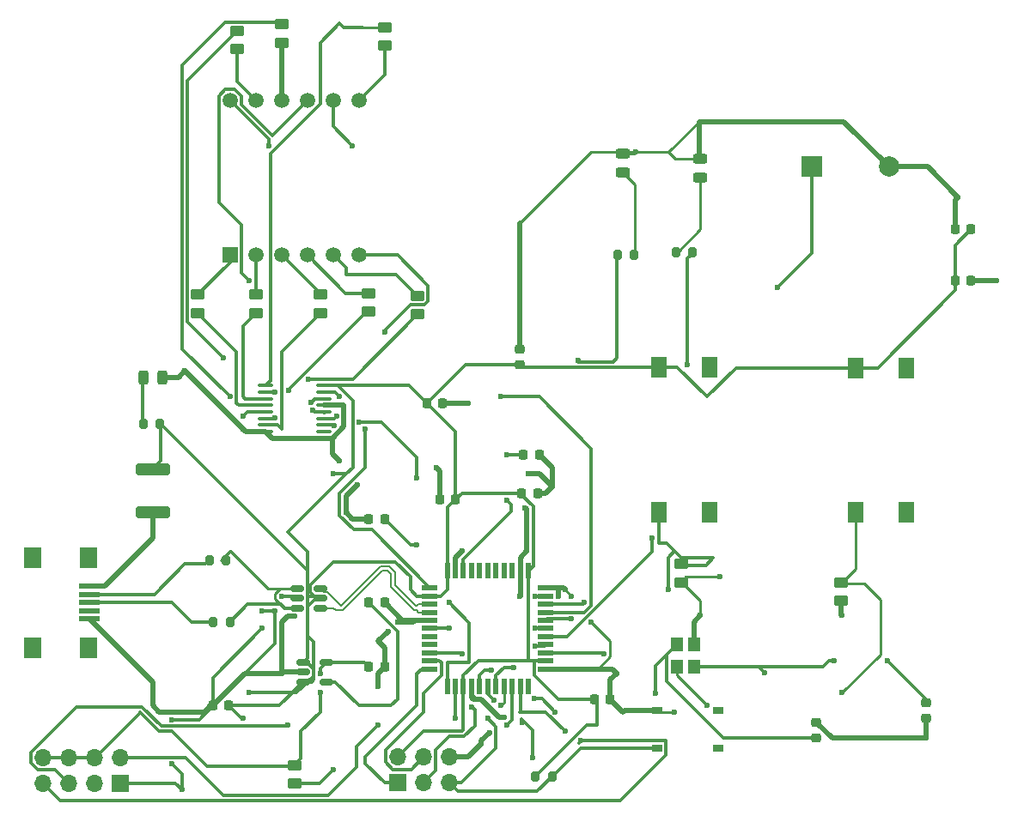
<source format=gbr>
%TF.GenerationSoftware,KiCad,Pcbnew,7.0.1*%
%TF.CreationDate,2023-04-23T14:22:28-06:00*%
%TF.ProjectId,Phase_B_UnoShield,50686173-655f-4425-9f55-6e6f53686965,rev?*%
%TF.SameCoordinates,Original*%
%TF.FileFunction,Copper,L1,Top*%
%TF.FilePolarity,Positive*%
%FSLAX46Y46*%
G04 Gerber Fmt 4.6, Leading zero omitted, Abs format (unit mm)*
G04 Created by KiCad (PCBNEW 7.0.1) date 2023-04-23 14:22:28*
%MOMM*%
%LPD*%
G01*
G04 APERTURE LIST*
G04 Aperture macros list*
%AMRoundRect*
0 Rectangle with rounded corners*
0 $1 Rounding radius*
0 $2 $3 $4 $5 $6 $7 $8 $9 X,Y pos of 4 corners*
0 Add a 4 corners polygon primitive as box body*
4,1,4,$2,$3,$4,$5,$6,$7,$8,$9,$2,$3,0*
0 Add four circle primitives for the rounded corners*
1,1,$1+$1,$2,$3*
1,1,$1+$1,$4,$5*
1,1,$1+$1,$6,$7*
1,1,$1+$1,$8,$9*
0 Add four rect primitives between the rounded corners*
20,1,$1+$1,$2,$3,$4,$5,0*
20,1,$1+$1,$4,$5,$6,$7,0*
20,1,$1+$1,$6,$7,$8,$9,0*
20,1,$1+$1,$8,$9,$2,$3,0*%
G04 Aperture macros list end*
%TA.AperFunction,SMDPad,CuDef*%
%ADD10RoundRect,0.250000X-0.450000X0.262500X-0.450000X-0.262500X0.450000X-0.262500X0.450000X0.262500X0*%
%TD*%
%TA.AperFunction,SMDPad,CuDef*%
%ADD11RoundRect,0.243750X0.243750X0.456250X-0.243750X0.456250X-0.243750X-0.456250X0.243750X-0.456250X0*%
%TD*%
%TA.AperFunction,SMDPad,CuDef*%
%ADD12RoundRect,0.225000X-0.225000X-0.250000X0.225000X-0.250000X0.225000X0.250000X-0.225000X0.250000X0*%
%TD*%
%TA.AperFunction,SMDPad,CuDef*%
%ADD13RoundRect,0.243750X-0.456250X0.243750X-0.456250X-0.243750X0.456250X-0.243750X0.456250X0.243750X0*%
%TD*%
%TA.AperFunction,SMDPad,CuDef*%
%ADD14RoundRect,0.225000X0.250000X-0.225000X0.250000X0.225000X-0.250000X0.225000X-0.250000X-0.225000X0*%
%TD*%
%TA.AperFunction,SMDPad,CuDef*%
%ADD15R,2.000000X0.500000*%
%TD*%
%TA.AperFunction,SMDPad,CuDef*%
%ADD16R,1.700000X2.000000*%
%TD*%
%TA.AperFunction,SMDPad,CuDef*%
%ADD17RoundRect,0.200000X-0.200000X-0.275000X0.200000X-0.275000X0.200000X0.275000X-0.200000X0.275000X0*%
%TD*%
%TA.AperFunction,SMDPad,CuDef*%
%ADD18RoundRect,0.250000X0.450000X-0.262500X0.450000X0.262500X-0.450000X0.262500X-0.450000X-0.262500X0*%
%TD*%
%TA.AperFunction,ComponentPad*%
%ADD19R,1.500000X1.500000*%
%TD*%
%TA.AperFunction,ComponentPad*%
%ADD20C,1.500000*%
%TD*%
%TA.AperFunction,SMDPad,CuDef*%
%ADD21RoundRect,0.100000X-0.637500X-0.100000X0.637500X-0.100000X0.637500X0.100000X-0.637500X0.100000X0*%
%TD*%
%TA.AperFunction,SMDPad,CuDef*%
%ADD22RoundRect,0.200000X0.200000X0.275000X-0.200000X0.275000X-0.200000X-0.275000X0.200000X-0.275000X0*%
%TD*%
%TA.AperFunction,SMDPad,CuDef*%
%ADD23RoundRect,0.150000X-0.512500X-0.150000X0.512500X-0.150000X0.512500X0.150000X-0.512500X0.150000X0*%
%TD*%
%TA.AperFunction,ComponentPad*%
%ADD24R,1.700000X1.700000*%
%TD*%
%TA.AperFunction,ComponentPad*%
%ADD25O,1.700000X1.700000*%
%TD*%
%TA.AperFunction,SMDPad,CuDef*%
%ADD26RoundRect,0.225000X0.225000X0.250000X-0.225000X0.250000X-0.225000X-0.250000X0.225000X-0.250000X0*%
%TD*%
%TA.AperFunction,SMDPad,CuDef*%
%ADD27R,1.500000X2.000000*%
%TD*%
%TA.AperFunction,SMDPad,CuDef*%
%ADD28R,1.200000X1.400000*%
%TD*%
%TA.AperFunction,ComponentPad*%
%ADD29R,2.000000X2.000000*%
%TD*%
%TA.AperFunction,ComponentPad*%
%ADD30C,2.000000*%
%TD*%
%TA.AperFunction,SMDPad,CuDef*%
%ADD31RoundRect,0.225000X-0.250000X0.225000X-0.250000X-0.225000X0.250000X-0.225000X0.250000X0.225000X0*%
%TD*%
%TA.AperFunction,SMDPad,CuDef*%
%ADD32RoundRect,0.250000X1.450000X-0.312500X1.450000X0.312500X-1.450000X0.312500X-1.450000X-0.312500X0*%
%TD*%
%TA.AperFunction,SMDPad,CuDef*%
%ADD33R,1.000000X0.700000*%
%TD*%
%TA.AperFunction,SMDPad,CuDef*%
%ADD34R,1.500000X0.550000*%
%TD*%
%TA.AperFunction,SMDPad,CuDef*%
%ADD35R,0.550000X1.500000*%
%TD*%
%TA.AperFunction,ViaPad*%
%ADD36C,0.600000*%
%TD*%
%TA.AperFunction,Conductor*%
%ADD37C,0.500000*%
%TD*%
%TA.AperFunction,Conductor*%
%ADD38C,0.250000*%
%TD*%
%TA.AperFunction,Conductor*%
%ADD39C,0.305000*%
%TD*%
%TA.AperFunction,Conductor*%
%ADD40C,0.200000*%
%TD*%
G04 APERTURE END LIST*
D10*
%TO.P,R17,1*%
%TO.N,+3.3V*%
X46355000Y-120182500D03*
%TO.P,R17,2*%
%TO.N,Net-(J4-Pin_5)*%
X46355000Y-122007500D03*
%TD*%
D11*
%TO.P,D3,1,K*%
%TO.N,GND*%
X33322500Y-81915000D03*
%TO.P,D3,2,A*%
%TO.N,Net-(D3-A)*%
X31447500Y-81915000D03*
%TD*%
D12*
%TO.P,C3,1*%
%TO.N,+5V*%
X59410000Y-84455000D03*
%TO.P,C3,2*%
%TO.N,GND*%
X60960000Y-84455000D03*
%TD*%
D13*
%TO.P,D2,1,K*%
%TO.N,GND*%
X86360000Y-60355000D03*
%TO.P,D2,2,A*%
%TO.N,Net-(D2-A)*%
X86360000Y-62230000D03*
%TD*%
D14*
%TO.P,C5,1*%
%TO.N,+5V*%
X68580000Y-80645000D03*
%TO.P,C5,2*%
%TO.N,GND*%
X68580000Y-79095000D03*
%TD*%
D10*
%TO.P,R10,1*%
%TO.N,f*%
X45085000Y-47070000D03*
%TO.P,R10,2*%
%TO.N,Net-(U1-f)*%
X45085000Y-48895000D03*
%TD*%
%TO.P,R1,1*%
%TO.N,Button_1*%
X100258335Y-102146853D03*
%TO.P,R1,2*%
%TO.N,GND*%
X100258335Y-103971853D03*
%TD*%
%TO.P,R6,1*%
%TO.N,b*%
X55245000Y-47347500D03*
%TO.P,R6,2*%
%TO.N,Net-(U1-b)*%
X55245000Y-49172500D03*
%TD*%
D15*
%TO.P,J1,1,VBUS*%
%TO.N,Net-(J1-VBUS)*%
X26135000Y-102535000D03*
%TO.P,J1,2,D-*%
%TO.N,Net-(J1-D-)*%
X26135000Y-103335000D03*
%TO.P,J1,3,D+*%
%TO.N,Net-(J1-D+)*%
X26135000Y-104135000D03*
%TO.P,J1,4,ID*%
%TO.N,unconnected-(J1-ID-Pad4)*%
X26135000Y-104935000D03*
%TO.P,J1,5,GND*%
%TO.N,GND*%
X26135000Y-105735000D03*
D16*
%TO.P,J1,6,Shield*%
%TO.N,unconnected-(J1-Shield-Pad6)*%
X26035000Y-99685000D03*
X20585000Y-99685000D03*
X26035000Y-108585000D03*
X20585000Y-108585000D03*
%TD*%
D17*
%TO.P,R3,1*%
%TO.N,RED_LED*%
X78192500Y-69850000D03*
%TO.P,R3,2*%
%TO.N,Net-(D1-A)*%
X79842500Y-69850000D03*
%TD*%
D10*
%TO.P,R5,1*%
%TO.N,a*%
X40667277Y-47705000D03*
%TO.P,R5,2*%
%TO.N,Net-(U1-a)*%
X40667277Y-49530000D03*
%TD*%
D18*
%TO.P,R8,1*%
%TO.N,d*%
X42545000Y-75565000D03*
%TO.P,R8,2*%
%TO.N,Net-(U1-d)*%
X42545000Y-73740000D03*
%TD*%
D12*
%TO.P,C9,1*%
%TO.N,+5V*%
X75920000Y-113665000D03*
%TO.P,C9,2*%
%TO.N,GND*%
X77470000Y-113665000D03*
%TD*%
D10*
%TO.P,R2,1*%
%TO.N,Button_2*%
X84459401Y-100337123D03*
%TO.P,R2,2*%
%TO.N,GND*%
X84459401Y-102162123D03*
%TD*%
D19*
%TO.P,U1,1,e*%
%TO.N,Net-(U1-e)*%
X40005000Y-69850000D03*
D20*
%TO.P,U1,2,d*%
%TO.N,Net-(U1-d)*%
X42545000Y-69850000D03*
%TO.P,U1,3,DPX*%
%TO.N,Net-(U1-DPX)*%
X45085000Y-69850000D03*
%TO.P,U1,4,c*%
%TO.N,Net-(U1-c)*%
X47625000Y-69850000D03*
%TO.P,U1,5,g*%
%TO.N,Net-(U1-g)*%
X50165000Y-69850000D03*
%TO.P,U1,6,CA4*%
%TO.N,Dig4*%
X52705000Y-69850000D03*
%TO.P,U1,7,b*%
%TO.N,Net-(U1-b)*%
X52705000Y-54610000D03*
%TO.P,U1,8,CA3*%
%TO.N,Dig3*%
X50165000Y-54610000D03*
%TO.P,U1,9,CA2*%
%TO.N,Dig2*%
X47625000Y-54610000D03*
%TO.P,U1,10,f*%
%TO.N,Net-(U1-f)*%
X45085000Y-54610000D03*
%TO.P,U1,11,a*%
%TO.N,Net-(U1-a)*%
X42545000Y-54610000D03*
%TO.P,U1,12,CA1*%
%TO.N,Dig1*%
X40005000Y-54610000D03*
%TD*%
D21*
%TO.P,U2,1,QB*%
%TO.N,b*%
X43502465Y-82703067D03*
%TO.P,U2,2,QC*%
%TO.N,c*%
X43502465Y-83353067D03*
%TO.P,U2,3,QD*%
%TO.N,d*%
X43502465Y-84003067D03*
%TO.P,U2,4,QE*%
%TO.N,e*%
X43502465Y-84653067D03*
%TO.P,U2,5,QF*%
%TO.N,f*%
X43502465Y-85303067D03*
%TO.P,U2,6,QG*%
%TO.N,g*%
X43502465Y-85953067D03*
%TO.P,U2,7,QH*%
%TO.N,dp*%
X43502465Y-86603067D03*
%TO.P,U2,8,GND*%
%TO.N,GND*%
X43502465Y-87253067D03*
%TO.P,U2,9,QH'*%
%TO.N,unconnected-(U2-QH'-Pad9)*%
X49227465Y-87253067D03*
%TO.P,U2,10,~{SRCLR}*%
%TO.N,+5V*%
X49227465Y-86603067D03*
%TO.P,U2,11,SRCLK*%
%TO.N,SH_CP*%
X49227465Y-85953067D03*
%TO.P,U2,12,RCLK*%
%TO.N,ST_CP*%
X49227465Y-85303067D03*
%TO.P,U2,13,~{OE}*%
%TO.N,GND*%
X49227465Y-84653067D03*
%TO.P,U2,14,SER*%
%TO.N,DS*%
X49227465Y-84003067D03*
%TO.P,U2,15,QA*%
%TO.N,a*%
X49227465Y-83353067D03*
%TO.P,U2,16,VCC*%
%TO.N,+5V*%
X49227465Y-82703067D03*
%TD*%
D12*
%TO.P,C11,1*%
%TO.N,AREF*%
X68935000Y-89535000D03*
%TO.P,C11,2*%
%TO.N,GND*%
X70485000Y-89535000D03*
%TD*%
D22*
%TO.P,R14,1*%
%TO.N,+5V*%
X33114036Y-86524538D03*
%TO.P,R14,2*%
%TO.N,Net-(D3-A)*%
X31464036Y-86524538D03*
%TD*%
D12*
%TO.P,C6,1*%
%TO.N,+5V*%
X68760000Y-93345000D03*
%TO.P,C6,2*%
%TO.N,GND*%
X70310000Y-93345000D03*
%TD*%
D14*
%TO.P,C1,1*%
%TO.N,XTAL2*%
X97790000Y-117475000D03*
%TO.P,C1,2*%
%TO.N,GND*%
X97790000Y-115925000D03*
%TD*%
D18*
%TO.P,R9,1*%
%TO.N,e*%
X36830000Y-75565000D03*
%TO.P,R9,2*%
%TO.N,Net-(U1-e)*%
X36830000Y-73740000D03*
%TD*%
D12*
%TO.P,C8,1*%
%TO.N,+5V*%
X111480000Y-72390000D03*
%TO.P,C8,2*%
%TO.N,GND*%
X113030000Y-72390000D03*
%TD*%
D18*
%TO.P,R11,1*%
%TO.N,g*%
X58474704Y-75687736D03*
%TO.P,R11,2*%
%TO.N,Net-(U1-g)*%
X58474704Y-73862736D03*
%TD*%
D23*
%TO.P,U5,1,VIN*%
%TO.N,+5V*%
X47191712Y-110039174D03*
%TO.P,U5,2,GND*%
%TO.N,GND*%
X47191712Y-110989174D03*
%TO.P,U5,3,ON/~{OFF}*%
%TO.N,+5V*%
X47191712Y-111939174D03*
%TO.P,U5,4,BP*%
%TO.N,Net-(U5-BP)*%
X49466712Y-111939174D03*
%TO.P,U5,5,VOUT*%
%TO.N,+3.3V*%
X49466712Y-110039174D03*
%TD*%
D24*
%TO.P,J4,1,Pin_1*%
%TO.N,GND*%
X29169549Y-121947651D03*
D25*
%TO.P,J4,2,Pin_2*%
%TO.N,TX*%
X29169549Y-119407651D03*
%TO.P,J4,3,Pin_3*%
%TO.N,unconnected-(J4-Pin_3-Pad3)*%
X26629549Y-121947651D03*
%TO.P,J4,4,Pin_4*%
%TO.N,+3.3V*%
X26629549Y-119407651D03*
%TO.P,J4,5,Pin_5*%
%TO.N,Net-(J4-Pin_5)*%
X24089549Y-121947651D03*
%TO.P,J4,6,Pin_6*%
%TO.N,+3.3V*%
X24089549Y-119407651D03*
%TO.P,J4,7,Pin_7*%
%TO.N,RX*%
X21549549Y-121947651D03*
%TO.P,J4,8,Pin_8*%
%TO.N,+3.3V*%
X21549549Y-119407651D03*
%TD*%
D22*
%TO.P,R4,1*%
%TO.N,GREEN_LED*%
X85614034Y-69572325D03*
%TO.P,R4,2*%
%TO.N,Net-(D2-A)*%
X83964034Y-69572325D03*
%TD*%
D26*
%TO.P,C7,1*%
%TO.N,+5V*%
X113030000Y-67310000D03*
%TO.P,C7,2*%
%TO.N,GND*%
X111480000Y-67310000D03*
%TD*%
D27*
%TO.P,S2,A1,NO_1*%
%TO.N,unconnected-(S2-NO_1-PadA1)*%
X87274904Y-80877421D03*
%TO.P,S2,B1,NO_2*%
%TO.N,unconnected-(S2-NO_2-PadB1)*%
X87274904Y-95177421D03*
%TO.P,S2,C1,COM_1*%
%TO.N,+5V*%
X82274904Y-80877421D03*
%TO.P,S2,D1,COM_2*%
%TO.N,Button_2*%
X82274904Y-95177421D03*
%TD*%
D26*
%TO.P,C10,1*%
%TO.N,UCAP*%
X55245000Y-95885000D03*
%TO.P,C10,2*%
%TO.N,GND*%
X53695000Y-95885000D03*
%TD*%
%TO.P,C12,1*%
%TO.N,+5V*%
X39860000Y-114305000D03*
%TO.P,C12,2*%
%TO.N,GND*%
X38310000Y-114305000D03*
%TD*%
%TO.P,C4,1*%
%TO.N,+5V*%
X62230000Y-93980000D03*
%TO.P,C4,2*%
%TO.N,GND*%
X60680000Y-93980000D03*
%TD*%
D18*
%TO.P,R12,1*%
%TO.N,dp*%
X48895000Y-75565000D03*
%TO.P,R12,2*%
%TO.N,Net-(U1-DPX)*%
X48895000Y-73740000D03*
%TD*%
D28*
%TO.P,Y1,1,1*%
%TO.N,XTAL1*%
X85725000Y-110490000D03*
%TO.P,Y1,2,2*%
%TO.N,GND*%
X85725000Y-108290000D03*
%TO.P,Y1,3,3*%
%TO.N,XTAL2*%
X84025000Y-108290000D03*
%TO.P,Y1,4,4*%
%TO.N,GND*%
X84025000Y-110490000D03*
%TD*%
D13*
%TO.P,D1,1,K*%
%TO.N,GND*%
X78725000Y-59785000D03*
%TO.P,D1,2,A*%
%TO.N,Net-(D1-A)*%
X78725000Y-61660000D03*
%TD*%
D17*
%TO.P,R16,1*%
%TO.N,Net-(J1-D-)*%
X37984446Y-99935555D03*
%TO.P,R16,2*%
%TO.N,USB_CONN_D+*%
X39634446Y-99935555D03*
%TD*%
D23*
%TO.P,U4,1,I/O1*%
%TO.N,USB_CONN_D+*%
X46619689Y-102762287D03*
%TO.P,U4,2,GND*%
%TO.N,GND*%
X46619689Y-103712287D03*
%TO.P,U4,3,I/O2*%
%TO.N,USB_CONN_D+*%
X46619689Y-104662287D03*
%TO.P,U4,4,I/O2*%
%TO.N,USB_D+*%
X48894689Y-104662287D03*
%TO.P,U4,5,VBUS*%
%TO.N,+5V*%
X48894689Y-103712287D03*
%TO.P,U4,6,I/O1*%
%TO.N,USB_D-*%
X48894689Y-102762287D03*
%TD*%
D29*
%TO.P,LS1,1,1*%
%TO.N,Buzzer*%
X97335439Y-61120439D03*
D30*
%TO.P,LS1,2,2*%
%TO.N,GND*%
X104935439Y-61120439D03*
%TD*%
D31*
%TO.P,C2,1*%
%TO.N,XTAL1*%
X108585000Y-114020000D03*
%TO.P,C2,2*%
%TO.N,GND*%
X108585000Y-115570000D03*
%TD*%
D17*
%TO.P,R15,1*%
%TO.N,Net-(J1-D+)*%
X38355000Y-106045000D03*
%TO.P,R15,2*%
%TO.N,USB_CONN_D+*%
X40005000Y-106045000D03*
%TD*%
D32*
%TO.P,F1,1*%
%TO.N,Net-(J1-VBUS)*%
X32385000Y-95250000D03*
%TO.P,F1,2*%
%TO.N,+5V*%
X32385000Y-90975000D03*
%TD*%
D12*
%TO.P,C13,1*%
%TO.N,Net-(U5-BP)*%
X53695000Y-104140000D03*
%TO.P,C13,2*%
%TO.N,GND*%
X55245000Y-104140000D03*
%TD*%
D24*
%TO.P,J3,1,MISO*%
%TO.N,MISO*%
X56515000Y-121920000D03*
D25*
%TO.P,J3,2,VCC*%
%TO.N,+5V*%
X56515000Y-119380000D03*
%TO.P,J3,3,SCK*%
%TO.N,SCK*%
X59055000Y-121920000D03*
%TO.P,J3,4,MOSI*%
%TO.N,MOSI*%
X59055000Y-119380000D03*
%TO.P,J3,5,~{RST}*%
%TO.N,RST*%
X61595000Y-121920000D03*
%TO.P,J3,6,GND*%
%TO.N,GND*%
X61595000Y-119380000D03*
%TD*%
D12*
%TO.P,C14,1*%
%TO.N,+3.3V*%
X53695000Y-110490000D03*
%TO.P,C14,2*%
%TO.N,GND*%
X55245000Y-110490000D03*
%TD*%
D17*
%TO.P,R13,1*%
%TO.N,+5V*%
X70105000Y-121285000D03*
%TO.P,R13,2*%
%TO.N,RST*%
X71755000Y-121285000D03*
%TD*%
D33*
%TO.P,S3,1*%
%TO.N,GND*%
X82118060Y-114768980D03*
%TO.P,S3,2*%
%TO.N,N/C*%
X88118060Y-114768980D03*
%TO.P,S3,3*%
%TO.N,RST*%
X82118060Y-118468980D03*
%TO.P,S3,4*%
%TO.N,N/C*%
X88118060Y-118468980D03*
%TD*%
D34*
%TO.P,U3,1,PE6*%
%TO.N,SH_CP*%
X59705000Y-102680000D03*
%TO.P,U3,2,UVCC*%
%TO.N,+5V*%
X59705000Y-103480000D03*
%TO.P,U3,3,D-*%
%TO.N,USB_D-*%
X59705000Y-104280000D03*
%TO.P,U3,4,D+*%
%TO.N,USB_D+*%
X59705000Y-105080000D03*
%TO.P,U3,5,UGND*%
%TO.N,GND*%
X59705000Y-105880000D03*
%TO.P,U3,6,UCAP*%
%TO.N,UCAP*%
X59705000Y-106680000D03*
%TO.P,U3,7,VBUS*%
%TO.N,unconnected-(U3-VBUS-Pad7)*%
X59705000Y-107480000D03*
%TO.P,U3,8,PB0*%
%TO.N,unconnected-(U3-PB0-Pad8)*%
X59705000Y-108280000D03*
%TO.P,U3,9,PB1*%
%TO.N,SCK*%
X59705000Y-109080000D03*
%TO.P,U3,10,PB2*%
%TO.N,MOSI*%
X59705000Y-109880000D03*
%TO.P,U3,11,PB3*%
%TO.N,MISO*%
X59705000Y-110680000D03*
D35*
%TO.P,U3,12,PB7*%
%TO.N,Dig3*%
X61405000Y-112380000D03*
%TO.P,U3,13,~{RESET}*%
%TO.N,RST*%
X62205000Y-112380000D03*
%TO.P,U3,14,VCC*%
%TO.N,+5V*%
X63005000Y-112380000D03*
%TO.P,U3,15,GND*%
%TO.N,GND*%
X63805000Y-112380000D03*
%TO.P,U3,16,XTAL2*%
%TO.N,XTAL2*%
X64605000Y-112380000D03*
%TO.P,U3,17,XTAL1*%
%TO.N,XTAL1*%
X65405000Y-112380000D03*
%TO.P,U3,18,PD0*%
%TO.N,Button_2*%
X66205000Y-112380000D03*
%TO.P,U3,19,PD1*%
%TO.N,Button_1*%
X67005000Y-112380000D03*
%TO.P,U3,20,PD2*%
%TO.N,TX*%
X67805000Y-112380000D03*
%TO.P,U3,21,PD3*%
%TO.N,RX*%
X68605000Y-112380000D03*
%TO.P,U3,22,PD5*%
%TO.N,unconnected-(U3-PD5-Pad22)*%
X69405000Y-112380000D03*
D34*
%TO.P,U3,23,GND*%
%TO.N,GND*%
X71105000Y-110680000D03*
%TO.P,U3,24,AVCC*%
%TO.N,+5V*%
X71105000Y-109880000D03*
%TO.P,U3,25,PD4*%
%TO.N,GREEN_LED*%
X71105000Y-109080000D03*
%TO.P,U3,26,PD6*%
%TO.N,Dig2*%
X71105000Y-108280000D03*
%TO.P,U3,27,PD7*%
%TO.N,Buzzer*%
X71105000Y-107480000D03*
%TO.P,U3,28,PB4*%
%TO.N,ST_CP*%
X71105000Y-106680000D03*
%TO.P,U3,29,PB5*%
%TO.N,DS*%
X71105000Y-105880000D03*
%TO.P,U3,30,PB6*%
%TO.N,Dig4*%
X71105000Y-105080000D03*
%TO.P,U3,31,PC6*%
%TO.N,RED_LED*%
X71105000Y-104280000D03*
%TO.P,U3,32,PC7*%
%TO.N,Dig1*%
X71105000Y-103480000D03*
%TO.P,U3,33,~{HWB}/PE2*%
%TO.N,GND*%
X71105000Y-102680000D03*
D35*
%TO.P,U3,34,VCC*%
%TO.N,+5V*%
X69405000Y-100980000D03*
%TO.P,U3,35,GND*%
%TO.N,GND*%
X68605000Y-100980000D03*
%TO.P,U3,36,PF7*%
%TO.N,unconnected-(U3-PF7-Pad36)*%
X67805000Y-100980000D03*
%TO.P,U3,37,PF6*%
%TO.N,unconnected-(U3-PF6-Pad37)*%
X67005000Y-100980000D03*
%TO.P,U3,38,PF5*%
%TO.N,unconnected-(U3-PF5-Pad38)*%
X66205000Y-100980000D03*
%TO.P,U3,39,PF4*%
%TO.N,unconnected-(U3-PF4-Pad39)*%
X65405000Y-100980000D03*
%TO.P,U3,40,PF1*%
%TO.N,unconnected-(U3-PF1-Pad40)*%
X64605000Y-100980000D03*
%TO.P,U3,41,PF0*%
%TO.N,unconnected-(U3-PF0-Pad41)*%
X63805000Y-100980000D03*
%TO.P,U3,42,AREF*%
%TO.N,AREF*%
X63005000Y-100980000D03*
%TO.P,U3,43,GND*%
%TO.N,GND*%
X62205000Y-100980000D03*
%TO.P,U3,44,AVCC*%
%TO.N,+5V*%
X61405000Y-100980000D03*
%TD*%
D27*
%TO.P,S1,A1,NO_1*%
%TO.N,unconnected-(S1-NO_1-PadA1)*%
X106680000Y-80950000D03*
%TO.P,S1,B1,NO_2*%
%TO.N,unconnected-(S1-NO_2-PadB1)*%
X106680000Y-95250000D03*
%TO.P,S1,C1,COM_1*%
%TO.N,+5V*%
X101680000Y-80950000D03*
%TO.P,S1,D1,COM_2*%
%TO.N,Button_1*%
X101680000Y-95250000D03*
%TD*%
D18*
%TO.P,R7,1*%
%TO.N,c*%
X53653525Y-75433990D03*
%TO.P,R7,2*%
%TO.N,Net-(U1-c)*%
X53653525Y-73608990D03*
%TD*%
D36*
%TO.N,GND*%
X46355000Y-105461787D03*
X34290000Y-120059651D03*
X69215000Y-99060000D03*
X100330000Y-105410000D03*
X86360000Y-105410000D03*
X43180000Y-106680000D03*
X35242500Y-122555000D03*
X68580000Y-103505000D03*
X34290000Y-115683000D03*
X56518534Y-106041466D03*
X63500000Y-84455000D03*
X55596466Y-106963534D03*
X83820000Y-114935000D03*
X45085000Y-111125000D03*
X88265000Y-101600000D03*
X80010000Y-59690000D03*
X62865000Y-99060000D03*
X41275000Y-86995000D03*
X43180000Y-104966787D03*
X51435000Y-95250000D03*
X78105000Y-111125000D03*
X64770000Y-118110000D03*
X68580000Y-76200000D03*
X108585000Y-117475000D03*
X54610000Y-112395000D03*
X71755000Y-92710000D03*
X45085000Y-103505000D03*
X60325000Y-90805000D03*
X44450000Y-104966787D03*
X52531034Y-92536034D03*
X50800000Y-90170000D03*
X73643000Y-103505000D03*
X75574511Y-106054511D03*
X86995000Y-114300000D03*
X64135000Y-113665000D03*
X65570500Y-116978204D03*
X47544460Y-111087500D03*
X111760000Y-64135000D03*
X73025000Y-102870000D03*
X35560000Y-81280000D03*
X37470000Y-114940000D03*
X67068284Y-115442913D03*
X72390000Y-103505000D03*
X69073966Y-94756034D03*
X69405000Y-91440000D03*
X115570000Y-72390000D03*
%TO.N,+5V*%
X50165000Y-91440000D03*
X41275000Y-115570000D03*
X41910000Y-113030000D03*
X50243936Y-86688544D03*
%TO.N,Buzzer*%
X81622904Y-97730890D03*
X93980000Y-73025000D03*
%TO.N,Button_1*%
X66675000Y-114300000D03*
X100330000Y-113030000D03*
%TO.N,Button_2*%
X83185000Y-102870000D03*
X67945000Y-110507000D03*
%TO.N,RED_LED*%
X74930000Y-104140000D03*
X74295000Y-80225421D03*
%TO.N,GREEN_LED*%
X76835000Y-109220000D03*
X85090000Y-80645000D03*
%TO.N,a*%
X39370000Y-80010000D03*
X50800000Y-83820000D03*
%TO.N,c*%
X45737000Y-83185000D03*
X44433000Y-83326069D03*
%TO.N,f*%
X41275000Y-85725000D03*
X39988000Y-83820000D03*
%TO.N,g*%
X47768534Y-82058534D03*
X44433000Y-85926069D03*
%TO.N,Dig4*%
X55245000Y-77470000D03*
X66675000Y-83820000D03*
%TO.N,Dig3*%
X61595000Y-104140000D03*
X52070000Y-59055000D03*
%TO.N,Dig2*%
X41893000Y-72390000D03*
X70057000Y-108404129D03*
%TO.N,Dig1*%
X70057000Y-103505000D03*
X43815000Y-59055000D03*
%TO.N,SH_CP*%
X50487433Y-85725000D03*
X53340000Y-86995000D03*
%TO.N,ST_CP*%
X58419500Y-91832343D03*
X48170506Y-85181384D03*
X70057000Y-106680000D03*
X52739500Y-86343000D03*
%TO.N,DS*%
X48015307Y-84382276D03*
X73660000Y-105732000D03*
%TO.N,XTAL2*%
X65787973Y-110819959D03*
X81915000Y-113047000D03*
%TO.N,XTAL1*%
X72031568Y-114924500D03*
X68809500Y-115922966D03*
X104775000Y-109855000D03*
X70033201Y-113612686D03*
X99508835Y-109855000D03*
X66051353Y-113799733D03*
X92710000Y-111090500D03*
X69850000Y-119414500D03*
%TO.N,RST*%
X62230000Y-115553000D03*
X65405000Y-115553000D03*
%TO.N,UCAP*%
X61595000Y-106680000D03*
X58420000Y-98425000D03*
%TO.N,AREF*%
X67310000Y-93997000D03*
X67310000Y-89535000D03*
%TO.N,+3.3V*%
X48895000Y-113030000D03*
X48912000Y-111125000D03*
%TO.N,SCK*%
X63829043Y-114403644D03*
X62865000Y-109220000D03*
%TO.N,TX*%
X67310000Y-116205000D03*
X54610000Y-116205000D03*
%TO.N,Net-(J4-Pin_5)*%
X45720000Y-116205000D03*
X50165000Y-120650000D03*
%TO.N,RX*%
X73025000Y-116840000D03*
X74566034Y-117746034D03*
%TD*%
D37*
%TO.N,GND*%
X85725000Y-106045000D02*
X86360000Y-105410000D01*
D38*
X76258884Y-110680000D02*
X71105000Y-110680000D01*
X84934024Y-101600000D02*
X84459401Y-102074623D01*
D37*
X78740000Y-114935000D02*
X77470000Y-113665000D01*
X50092782Y-87903067D02*
X51236933Y-86758916D01*
D39*
X38310000Y-111550000D02*
X43180000Y-106680000D01*
D38*
X88265000Y-101600000D02*
X84934024Y-101600000D01*
X75574511Y-106054511D02*
X77460000Y-107940000D01*
X78725000Y-59785000D02*
X79915000Y-59785000D01*
D37*
X56518534Y-106041466D02*
X57153534Y-106041466D01*
D38*
X77460000Y-109478884D02*
X76258884Y-110680000D01*
D37*
X71755000Y-90805000D02*
X70485000Y-89535000D01*
X71755000Y-92710000D02*
X71755000Y-90805000D01*
D39*
X44450000Y-104966787D02*
X44450000Y-108165000D01*
D37*
X68605000Y-100980000D02*
X68605000Y-99670000D01*
D38*
X84459401Y-102074623D02*
X86360000Y-103975222D01*
D37*
X63805000Y-113335000D02*
X64135000Y-113665000D01*
D39*
X44450000Y-108165000D02*
X38310000Y-114305000D01*
D38*
X83185000Y-59690000D02*
X83850000Y-60355000D01*
D37*
X58090000Y-106045000D02*
X57150000Y-106045000D01*
D38*
X84025000Y-111330000D02*
X84025000Y-110490000D01*
D37*
X49227465Y-84653067D02*
X51236933Y-84653067D01*
X77470000Y-113665000D02*
X77470000Y-111760000D01*
X32385000Y-114300000D02*
X33025000Y-114940000D01*
X69405000Y-91440000D02*
X70485000Y-91440000D01*
D38*
X77460000Y-107940000D02*
X77460000Y-109478884D01*
D37*
X44152465Y-87903067D02*
X50092782Y-87903067D01*
X35560000Y-81280000D02*
X41533067Y-87253067D01*
X45085000Y-111125000D02*
X41490000Y-111125000D01*
X55245000Y-108585000D02*
X54610000Y-107950000D01*
X63500000Y-119380000D02*
X64770000Y-118110000D01*
D39*
X36932000Y-115683000D02*
X38310000Y-114305000D01*
D37*
X56985000Y-105880000D02*
X59705000Y-105880000D01*
X111760000Y-64135000D02*
X108745439Y-61120439D01*
X71105000Y-110680000D02*
X77660000Y-110680000D01*
X97790000Y-115925000D02*
X99340000Y-117475000D01*
X60680000Y-93980000D02*
X60680000Y-91160000D01*
X64770000Y-113665000D02*
X64135000Y-113665000D01*
X67068284Y-115442913D02*
X66547913Y-115442913D01*
X64770000Y-117778704D02*
X65570500Y-116978204D01*
X68605000Y-100980000D02*
X68605000Y-103480000D01*
X108745439Y-61120439D02*
X104935439Y-61120439D01*
D39*
X34290000Y-115683000D02*
X36932000Y-115683000D01*
D37*
X68580000Y-79095000D02*
X68580000Y-76200000D01*
X54610000Y-111125000D02*
X55245000Y-110490000D01*
X41533067Y-87253067D02*
X43502465Y-87253067D01*
X33025000Y-114940000D02*
X37470000Y-114940000D01*
X63805000Y-112380000D02*
X63805000Y-113505000D01*
X53695000Y-95885000D02*
X52070000Y-95885000D01*
X45085000Y-111125000D02*
X45085000Y-106045000D01*
X55245000Y-104140000D02*
X56985000Y-105880000D01*
X70485000Y-91440000D02*
X71755000Y-92710000D01*
D38*
X83208235Y-59690000D02*
X86236576Y-56661659D01*
D39*
X35242500Y-122555000D02*
X35242500Y-121012151D01*
X35242500Y-121012151D02*
X34290000Y-120059651D01*
D37*
X68605000Y-103480000D02*
X68580000Y-103505000D01*
X47191712Y-110989174D02*
X47446134Y-110989174D01*
D39*
X34635151Y-121947651D02*
X35242500Y-122555000D01*
D38*
X73643000Y-103505000D02*
X73643000Y-103488000D01*
D37*
X62205000Y-100980000D02*
X62205000Y-99720000D01*
X78740000Y-114935000D02*
X78906020Y-114768980D01*
X60680000Y-91160000D02*
X60325000Y-90805000D01*
X45085000Y-106045000D02*
X45668213Y-105461787D01*
D38*
X86995000Y-114300000D02*
X84025000Y-111330000D01*
D37*
X58255000Y-105880000D02*
X59705000Y-105880000D01*
X71105000Y-102680000D02*
X72835000Y-102680000D01*
X26135000Y-105735000D02*
X32385000Y-111985000D01*
X85725000Y-106045000D02*
X85725000Y-108290000D01*
X47191712Y-110989174D02*
X45220826Y-110989174D01*
X63805000Y-113505000D02*
X63953644Y-113653644D01*
X52070000Y-95885000D02*
X51435000Y-95250000D01*
X111480000Y-64415000D02*
X111760000Y-64135000D01*
D38*
X80010000Y-59690000D02*
X83185000Y-59690000D01*
X78820000Y-59690000D02*
X78725000Y-59785000D01*
D39*
X38310000Y-114305000D02*
X38310000Y-111550000D01*
D38*
X80010000Y-59690000D02*
X75565000Y-59690000D01*
D37*
X64770000Y-118110000D02*
X64770000Y-117778704D01*
D39*
X44450000Y-104966787D02*
X43180000Y-104966787D01*
D37*
X72835000Y-102680000D02*
X73025000Y-102870000D01*
X63805000Y-112380000D02*
X63805000Y-113335000D01*
D38*
X79915000Y-59785000D02*
X80010000Y-59690000D01*
D37*
X70485000Y-93345000D02*
X71120000Y-93345000D01*
X41490000Y-111125000D02*
X38310000Y-114305000D01*
X111480000Y-67310000D02*
X111480000Y-64415000D01*
X108585000Y-116205000D02*
X108585000Y-117475000D01*
X69215000Y-94897068D02*
X69073966Y-94756034D01*
X108585000Y-115570000D02*
X108585000Y-116205000D01*
X78906020Y-114768980D02*
X82118060Y-114768980D01*
X58255000Y-105880000D02*
X58090000Y-106045000D01*
X72390000Y-103505000D02*
X72390000Y-102840000D01*
X68580000Y-76200000D02*
X68580000Y-66675000D01*
X34925000Y-81915000D02*
X35560000Y-81280000D01*
D38*
X73643000Y-103488000D02*
X73025000Y-102870000D01*
D37*
X69215000Y-99060000D02*
X69215000Y-94897068D01*
X41533067Y-87253067D02*
X41275000Y-86995000D01*
X50092782Y-89462782D02*
X50092782Y-87903067D01*
D38*
X75565000Y-59690000D02*
X68580000Y-66675000D01*
D37*
X60960000Y-84455000D02*
X63500000Y-84455000D01*
X50800000Y-90170000D02*
X50092782Y-89462782D01*
D39*
X29169549Y-121947651D02*
X34635151Y-121947651D01*
D37*
X33322500Y-81915000D02*
X34925000Y-81915000D01*
X61595000Y-119380000D02*
X63500000Y-119380000D01*
X54610000Y-107950000D02*
X55596466Y-106963534D01*
D38*
X83820000Y-114935000D02*
X82284080Y-114935000D01*
D37*
X54610000Y-112395000D02*
X54610000Y-111125000D01*
X32385000Y-111985000D02*
X32385000Y-114300000D01*
X86236576Y-56661659D02*
X86236576Y-59836659D01*
X77660000Y-110680000D02*
X78105000Y-111125000D01*
X51435000Y-93632068D02*
X52531034Y-92536034D01*
X100476659Y-56661659D02*
X104935439Y-61120439D01*
X100258335Y-105338335D02*
X100330000Y-105410000D01*
X51435000Y-95250000D02*
X51435000Y-93632068D01*
X71120000Y-93345000D02*
X71755000Y-92710000D01*
X99340000Y-117475000D02*
X108585000Y-117475000D01*
D39*
X45085000Y-103505000D02*
X46412402Y-103505000D01*
D37*
X72230000Y-102680000D02*
X71105000Y-102680000D01*
X55245000Y-110490000D02*
X55245000Y-108585000D01*
X66547913Y-115442913D02*
X64770000Y-113665000D01*
X113030000Y-72390000D02*
X115570000Y-72390000D01*
D39*
X46412402Y-103505000D02*
X46619689Y-103712287D01*
D37*
X37470000Y-114940000D02*
X38105000Y-114305000D01*
X43502465Y-87253067D02*
X44152465Y-87903067D01*
D38*
X86360000Y-103975222D02*
X86360000Y-105410000D01*
D37*
X86236576Y-56661659D02*
X100476659Y-56661659D01*
X72390000Y-102840000D02*
X72230000Y-102680000D01*
X45220826Y-110989174D02*
X45085000Y-111125000D01*
D38*
X82284080Y-114935000D02*
X82118060Y-114768980D01*
X83850000Y-60355000D02*
X86360000Y-60355000D01*
D37*
X45668213Y-105461787D02*
X46355000Y-105461787D01*
X51236933Y-86758916D02*
X51236933Y-84653067D01*
X47446134Y-110989174D02*
X47544460Y-111087500D01*
X77470000Y-111760000D02*
X78105000Y-111125000D01*
X68605000Y-99670000D02*
X69215000Y-99060000D01*
X62205000Y-99720000D02*
X62865000Y-99060000D01*
X100258335Y-103884353D02*
X100258335Y-105338335D01*
D38*
%TO.N,Net-(D1-A)*%
X78725000Y-61660000D02*
X79930000Y-62865000D01*
X79930000Y-62865000D02*
X79930000Y-69850000D01*
%TO.N,Net-(D2-A)*%
X84097675Y-69572325D02*
X83876534Y-69572325D01*
X86360000Y-67310000D02*
X84097675Y-69572325D01*
X86360000Y-62230000D02*
X86360000Y-67310000D01*
D39*
%TO.N,+5V*%
X48080826Y-111939174D02*
X48260000Y-111760000D01*
X111480000Y-68860000D02*
X113030000Y-67310000D01*
X60760000Y-103480000D02*
X61405000Y-102835000D01*
X47642500Y-99077500D02*
X47642500Y-107412000D01*
X47879689Y-102404145D02*
X50186315Y-100097519D01*
X32385000Y-90975000D02*
X33201536Y-90158464D01*
X47191712Y-111939174D02*
X48080826Y-111939174D01*
X69867500Y-94627500D02*
X69867500Y-100517500D01*
X61405000Y-102835000D02*
X61405000Y-100980000D01*
X45720000Y-97155000D02*
X47642500Y-99077500D01*
X47614854Y-110039174D02*
X47191712Y-110039174D01*
X33201536Y-90158464D02*
X33201536Y-86524538D01*
X46524028Y-113030000D02*
X41910000Y-113030000D01*
X48687402Y-103505000D02*
X48894689Y-103712287D01*
X70105000Y-121285000D02*
X75185000Y-116205000D01*
X71105000Y-109880000D02*
X70050000Y-109880000D01*
X56282519Y-100097519D02*
X57785000Y-101600000D01*
X47634689Y-104549145D02*
X48471547Y-103712287D01*
X59410000Y-84455000D02*
X62230000Y-87275000D01*
X51435000Y-91440000D02*
X45720000Y-97155000D01*
X48471547Y-103712287D02*
X47879689Y-103120429D01*
X49227465Y-86603067D02*
X50158459Y-86603067D01*
X49227465Y-82703067D02*
X50605842Y-82703067D01*
X70050000Y-109880000D02*
X70002500Y-109927500D01*
X69215000Y-109855000D02*
X69240000Y-109880000D01*
X75185000Y-116205000D02*
X76200000Y-116205000D01*
X68585000Y-93345000D02*
X69867500Y-94627500D01*
X57785000Y-102870000D02*
X58395000Y-103480000D01*
X52087500Y-90787500D02*
X51435000Y-91440000D01*
X84052421Y-80877421D02*
X86995000Y-83820000D01*
X63220000Y-80645000D02*
X59410000Y-84455000D01*
X111480000Y-72390000D02*
X111480000Y-68860000D01*
X70002500Y-111277500D02*
X72390000Y-113665000D01*
X48471547Y-103712287D02*
X48894689Y-103712287D01*
X47634689Y-100957691D02*
X47634689Y-103505000D01*
X103835000Y-80950000D02*
X101680000Y-80950000D01*
X72390000Y-113665000D02*
X75920000Y-113665000D01*
X33201536Y-86524538D02*
X47634689Y-100957691D01*
X62230000Y-87275000D02*
X62230000Y-93980000D01*
X70002500Y-109927500D02*
X70002500Y-111277500D01*
X47634689Y-109596197D02*
X47634689Y-104549145D01*
X61482500Y-94727500D02*
X62230000Y-93980000D01*
X47642500Y-107412000D02*
X48206712Y-107976212D01*
X64475000Y-109855000D02*
X69215000Y-109855000D01*
X41125000Y-115570000D02*
X39860000Y-114305000D01*
X50158459Y-86603067D02*
X50243936Y-86688544D01*
X44825886Y-114305000D02*
X47191712Y-111939174D01*
X47879689Y-103120429D02*
X47879689Y-102404145D01*
X48260000Y-111760000D02*
X48260000Y-110684320D01*
X76200000Y-116205000D02*
X76200000Y-113945000D01*
X62230000Y-93980000D02*
X62865000Y-93345000D01*
X57658067Y-82703067D02*
X59410000Y-84455000D01*
X47191712Y-110039174D02*
X47634689Y-109596197D01*
X69240000Y-109880000D02*
X71105000Y-109880000D01*
X58395000Y-103480000D02*
X59705000Y-103480000D01*
X48260000Y-110684320D02*
X47614854Y-110039174D01*
X69405000Y-100980000D02*
X69405000Y-109665000D01*
X76200000Y-113945000D02*
X75920000Y-113665000D01*
X61482500Y-100902500D02*
X61482500Y-94727500D01*
X48206712Y-111347316D02*
X46524028Y-113030000D01*
X59055000Y-116840000D02*
X62865000Y-116840000D01*
X63005000Y-112380000D02*
X63005000Y-111325000D01*
X68580000Y-80645000D02*
X68812421Y-80877421D01*
X57785000Y-101600000D02*
X57785000Y-102870000D01*
X49227465Y-82703067D02*
X57658067Y-82703067D01*
X56515000Y-119380000D02*
X59055000Y-116840000D01*
X82274904Y-80877421D02*
X84052421Y-80877421D01*
X68580000Y-80645000D02*
X63220000Y-80645000D01*
X69867500Y-100517500D02*
X69405000Y-100980000D01*
X47634689Y-103505000D02*
X48687402Y-103505000D01*
X62865000Y-116840000D02*
X63005000Y-116700000D01*
X41275000Y-115570000D02*
X41125000Y-115570000D01*
X62865000Y-93345000D02*
X68585000Y-93345000D01*
X63005000Y-116700000D02*
X63005000Y-112380000D01*
X111480000Y-73305000D02*
X103835000Y-80950000D01*
X48206712Y-107976212D02*
X48206712Y-111347316D01*
X50165000Y-91440000D02*
X51435000Y-91440000D01*
X39860000Y-114305000D02*
X44825886Y-114305000D01*
X69405000Y-109665000D02*
X69215000Y-109855000D01*
X52087500Y-84184725D02*
X52087500Y-90787500D01*
X61405000Y-100980000D02*
X61482500Y-100902500D01*
X63005000Y-111325000D02*
X64475000Y-109855000D01*
X89865000Y-80950000D02*
X101680000Y-80950000D01*
X68812421Y-80877421D02*
X82274904Y-80877421D01*
X111480000Y-72390000D02*
X111480000Y-73305000D01*
X86995000Y-83820000D02*
X89865000Y-80950000D01*
X50186315Y-100097519D02*
X56282519Y-100097519D01*
X59705000Y-103480000D02*
X60760000Y-103480000D01*
X50605842Y-82703067D02*
X52087500Y-84184725D01*
%TO.N,Buzzer*%
X97335439Y-69669561D02*
X97335439Y-61120439D01*
X71105000Y-107480000D02*
X73226953Y-107480000D01*
X93980000Y-73025000D02*
X97335439Y-69669561D01*
X73226953Y-107480000D02*
X81622904Y-99084049D01*
X81622904Y-99084049D02*
X81622904Y-97730890D01*
D38*
%TO.N,Button_1*%
X101680000Y-100812688D02*
X101680000Y-95250000D01*
X104130000Y-103881116D02*
X104130000Y-109230000D01*
X100258335Y-102234353D02*
X102483237Y-102234353D01*
X100258335Y-102234353D02*
X101680000Y-100812688D01*
X102483237Y-102234353D02*
X104130000Y-103881116D01*
X66675000Y-114300000D02*
X67005000Y-113970000D01*
X67005000Y-113970000D02*
X67005000Y-112380000D01*
X104130000Y-109230000D02*
X100330000Y-113030000D01*
D39*
%TO.N,Button_2*%
X66205000Y-111325000D02*
X67023000Y-110507000D01*
X82274904Y-98240126D02*
X83000126Y-98240126D01*
X83185000Y-99695000D02*
X83820000Y-99060000D01*
X84459401Y-99699401D02*
X87625599Y-99699401D01*
X83000126Y-98240126D02*
X83820000Y-99060000D01*
X83820000Y-99060000D02*
X84459401Y-99699401D01*
X82274904Y-95177421D02*
X82274904Y-98240126D01*
X87625599Y-99699401D02*
X86900377Y-100424623D01*
X83185000Y-102870000D02*
X83185000Y-99695000D01*
X84459401Y-100424623D02*
X86900377Y-100424623D01*
X66205000Y-112380000D02*
X66205000Y-111325000D01*
X67023000Y-110507000D02*
X67945000Y-110507000D01*
%TO.N,RED_LED*%
X78105000Y-80010000D02*
X77742579Y-80372421D01*
X74295000Y-80372421D02*
X74295000Y-80225421D01*
X74790000Y-104280000D02*
X71105000Y-104280000D01*
X77742579Y-80372421D02*
X74295000Y-80372421D01*
X78105000Y-69850000D02*
X78105000Y-80010000D01*
X74930000Y-104140000D02*
X74790000Y-104280000D01*
%TO.N,GREEN_LED*%
X76695000Y-109080000D02*
X71105000Y-109080000D01*
X85090000Y-70183859D02*
X85090000Y-80645000D01*
X76835000Y-109220000D02*
X76695000Y-109080000D01*
X85701534Y-69572325D02*
X85090000Y-70183859D01*
%TO.N,a*%
X40667277Y-47705000D02*
X35777500Y-52594777D01*
X35777500Y-52594777D02*
X35777500Y-76417500D01*
X35777500Y-76417500D02*
X39370000Y-80010000D01*
X50333067Y-83353067D02*
X49227465Y-83353067D01*
X50800000Y-83820000D02*
X50333067Y-83353067D01*
%TO.N,Net-(U1-a)*%
X40667277Y-52732277D02*
X42545000Y-54610000D01*
X40667277Y-49530000D02*
X40667277Y-52732277D01*
D38*
%TO.N,b*%
X55245000Y-47347500D02*
X53089720Y-47347500D01*
D39*
X48895000Y-48895000D02*
X50800000Y-46990000D01*
X43502465Y-82703067D02*
X43982500Y-82223032D01*
X43982500Y-59811671D02*
X48895000Y-54899171D01*
X48895000Y-54899171D02*
X48895000Y-48895000D01*
X43982500Y-82223032D02*
X43982500Y-59811671D01*
X51157500Y-47347500D02*
X53089720Y-47347500D01*
X50800000Y-46990000D02*
X51157500Y-47347500D01*
%TO.N,Net-(U1-b)*%
X55245000Y-49172500D02*
X55245000Y-52070000D01*
X55245000Y-52070000D02*
X52705000Y-54610000D01*
%TO.N,c*%
X43529463Y-83326069D02*
X43502465Y-83353067D01*
X53471010Y-75433990D02*
X45720000Y-83185000D01*
X53653525Y-75433990D02*
X53471010Y-75433990D01*
X44433000Y-83326069D02*
X43529463Y-83326069D01*
X45720000Y-83185000D02*
X45737000Y-83185000D01*
%TO.N,Net-(U1-c)*%
X53653525Y-73608990D02*
X51383990Y-73608990D01*
X51383990Y-73608990D02*
X47625000Y-69850000D01*
%TO.N,d*%
X42545000Y-75565000D02*
X41275000Y-76835000D01*
X41275000Y-76835000D02*
X41275000Y-83820000D01*
X41275000Y-83820000D02*
X41458067Y-84003067D01*
X41458067Y-84003067D02*
X43502465Y-84003067D01*
%TO.N,Net-(U1-d)*%
X42545000Y-73740000D02*
X42545000Y-69850000D01*
%TO.N,e*%
X36830000Y-75565000D02*
X40640000Y-79375000D01*
X40640000Y-84455000D02*
X40838067Y-84653067D01*
X40838067Y-84653067D02*
X43502465Y-84653067D01*
X40640000Y-79375000D02*
X40640000Y-84455000D01*
%TO.N,Net-(U1-e)*%
X36830000Y-73740000D02*
X40005000Y-70565000D01*
X40005000Y-70565000D02*
X40005000Y-69850000D01*
%TO.N,f*%
X35272500Y-79104500D02*
X39988000Y-83820000D01*
X35272500Y-51087500D02*
X35272500Y-79104500D01*
X41696933Y-85303067D02*
X43502465Y-85303067D01*
X44855000Y-46840000D02*
X39520000Y-46840000D01*
X45085000Y-47070000D02*
X44855000Y-46840000D01*
X39520000Y-46840000D02*
X35272500Y-51087500D01*
X41275000Y-85725000D02*
X41696933Y-85303067D01*
D37*
%TO.N,Net-(U1-f)*%
X45085000Y-54610000D02*
X45085000Y-48895000D01*
D39*
%TO.N,g*%
X43502465Y-85953067D02*
X44406002Y-85953067D01*
X44406002Y-85953067D02*
X44433000Y-85926069D01*
X47768534Y-82058534D02*
X52103906Y-82058534D01*
X52103906Y-82058534D02*
X58474704Y-75687736D01*
%TO.N,Net-(U1-g)*%
X56366968Y-71755000D02*
X51435000Y-71755000D01*
X51435000Y-71120000D02*
X50165000Y-69850000D01*
X58474704Y-73862736D02*
X56366968Y-71755000D01*
X51435000Y-71755000D02*
X51435000Y-71120000D01*
%TO.N,dp*%
X45085000Y-86995000D02*
X44693067Y-86603067D01*
X48895000Y-75565000D02*
X45085000Y-79375000D01*
X44693067Y-86603067D02*
X43502465Y-86603067D01*
X45085000Y-79375000D02*
X45085000Y-86995000D01*
%TO.N,Net-(U1-DPX)*%
X48895000Y-73740000D02*
X48895000Y-73660000D01*
X48895000Y-73660000D02*
X45085000Y-69850000D01*
%TO.N,Dig4*%
X55245000Y-77257876D02*
X57775140Y-74727736D01*
X59527204Y-74374800D02*
X59527204Y-72862204D01*
X75582500Y-88917500D02*
X70485000Y-83820000D01*
X55245000Y-77470000D02*
X55245000Y-77257876D01*
X59527204Y-72862204D02*
X56515000Y-69850000D01*
X75582500Y-104410275D02*
X75582500Y-88917500D01*
X74912775Y-105080000D02*
X75582500Y-104410275D01*
X59174268Y-74727736D02*
X59527204Y-74374800D01*
X57775140Y-74727736D02*
X59174268Y-74727736D01*
X71105000Y-105080000D02*
X74912775Y-105080000D01*
X56515000Y-69850000D02*
X52705000Y-69850000D01*
X70485000Y-83820000D02*
X66675000Y-83820000D01*
%TO.N,Dig3*%
X63595000Y-110020822D02*
X63595000Y-106140000D01*
X50165000Y-57150000D02*
X50165000Y-54610000D01*
X52070000Y-59055000D02*
X50165000Y-57150000D01*
X63595000Y-106140000D02*
X61595000Y-104140000D01*
X61405000Y-110020822D02*
X63595000Y-110020822D01*
X61405000Y-112380000D02*
X61405000Y-110020822D01*
%TO.N,Dig2*%
X41107500Y-54998322D02*
X41107500Y-54153329D01*
X38902500Y-54153329D02*
X38902500Y-64648329D01*
X70057000Y-108404129D02*
X70980871Y-108404129D01*
X41107500Y-54153329D02*
X40461671Y-53507500D01*
X41108201Y-71605201D02*
X41893000Y-72390000D01*
X47625000Y-54610000D02*
X44172089Y-58062911D01*
X39548329Y-53507500D02*
X38902500Y-54153329D01*
X40461671Y-53507500D02*
X39548329Y-53507500D01*
X41108201Y-66854030D02*
X41108201Y-71605201D01*
X38902500Y-64648329D02*
X41108201Y-66854030D01*
X44172089Y-58062911D02*
X41107500Y-54998322D01*
X70980871Y-108404129D02*
X71105000Y-108280000D01*
%TO.N,Dig1*%
X40005000Y-54610000D02*
X43815000Y-58420000D01*
X43815000Y-58420000D02*
X43815000Y-59055000D01*
X70057000Y-103505000D02*
X71080000Y-103505000D01*
X71080000Y-103505000D02*
X71105000Y-103480000D01*
%TO.N,SH_CP*%
X50487433Y-85725000D02*
X50259366Y-85953067D01*
X53975000Y-96950000D02*
X52212225Y-96950000D01*
X53340000Y-90805000D02*
X53340000Y-86995000D01*
X52212225Y-96950000D02*
X50782500Y-95520275D01*
X50782500Y-95520275D02*
X50782500Y-93362500D01*
X50782500Y-93362500D02*
X53340000Y-90805000D01*
X59705000Y-102680000D02*
X53975000Y-96950000D01*
X50259366Y-85953067D02*
X49227465Y-85953067D01*
%TO.N,ST_CP*%
X71105000Y-106680000D02*
X70057000Y-106680000D01*
X49227465Y-85392535D02*
X49235497Y-85400567D01*
X54959953Y-86343000D02*
X52739500Y-86343000D01*
X48292189Y-85303067D02*
X49227465Y-85303067D01*
X58419500Y-91832343D02*
X58419500Y-89802547D01*
X48170506Y-85181384D02*
X48292189Y-85303067D01*
X49227465Y-85303067D02*
X49324965Y-85400567D01*
X58419500Y-89802547D02*
X54959953Y-86343000D01*
X49227465Y-85303067D02*
X49227465Y-85392535D01*
%TO.N,DS*%
X71253000Y-105732000D02*
X71105000Y-105880000D01*
X48345789Y-84003067D02*
X48137465Y-84211391D01*
X48394516Y-84003067D02*
X48015307Y-84382276D01*
X49227465Y-84003067D02*
X48345789Y-84003067D01*
X49227465Y-84003067D02*
X48394516Y-84003067D01*
X73660000Y-105732000D02*
X71253000Y-105732000D01*
%TO.N,XTAL2*%
X88612225Y-117475000D02*
X83072500Y-111935275D01*
X83072500Y-109242500D02*
X84025000Y-108290000D01*
X97790000Y-117475000D02*
X88612225Y-117475000D01*
X65110041Y-110819959D02*
X65787973Y-110819959D01*
X81915000Y-110400000D02*
X84025000Y-108290000D01*
X64605000Y-111325000D02*
X65110041Y-110819959D01*
X81915000Y-113047000D02*
X81915000Y-110400000D01*
X64605000Y-112380000D02*
X64605000Y-111325000D01*
X83072500Y-111935275D02*
X83072500Y-109242500D01*
%TO.N,XTAL1*%
X69850000Y-116693411D02*
X68743589Y-115587000D01*
X72031568Y-114924500D02*
X70719754Y-113612686D01*
X104775000Y-109855000D02*
X108585000Y-113665000D01*
X108585000Y-113665000D02*
X108585000Y-114020000D01*
X99060000Y-109855000D02*
X99508835Y-109855000D01*
X85725000Y-110490000D02*
X98425000Y-110490000D01*
X70719754Y-113612686D02*
X70033201Y-113612686D01*
X68743589Y-115857055D02*
X68809500Y-115922966D01*
X65405000Y-113153380D02*
X65405000Y-112380000D01*
X69850000Y-119414500D02*
X69850000Y-116693411D01*
X68743589Y-115587000D02*
X68743589Y-115857055D01*
X98425000Y-110490000D02*
X99060000Y-109855000D01*
X66051353Y-113799733D02*
X65405000Y-113153380D01*
X92109500Y-110490000D02*
X92710000Y-111090500D01*
X85725000Y-110490000D02*
X92109500Y-110490000D01*
%TO.N,RST*%
X74571020Y-118468980D02*
X82118060Y-118468980D01*
X71755000Y-121285000D02*
X74571020Y-118468980D01*
X71755000Y-121285000D02*
X70270000Y-122770000D01*
X61595000Y-121920000D02*
X62797081Y-121920000D01*
X62205000Y-115528000D02*
X62205000Y-112380000D01*
X62797081Y-121920000D02*
X66222500Y-118494581D01*
X66222500Y-116370500D02*
X65405000Y-115553000D01*
X62445000Y-122770000D02*
X61595000Y-121920000D01*
X62230000Y-115553000D02*
X62205000Y-115528000D01*
X70270000Y-122770000D02*
X62445000Y-122770000D01*
X66222500Y-118494581D02*
X66222500Y-116370500D01*
%TO.N,UCAP*%
X55245000Y-95885000D02*
X57785000Y-98425000D01*
X61595000Y-106680000D02*
X60325000Y-106680000D01*
X57785000Y-98425000D02*
X58420000Y-98425000D01*
%TO.N,AREF*%
X63005000Y-100980000D02*
X63005000Y-99842775D01*
X67732500Y-94419500D02*
X67310000Y-93997000D01*
X67732500Y-95115275D02*
X67732500Y-94419500D01*
X67310000Y-89535000D02*
X68935000Y-89535000D01*
X63005000Y-99842775D02*
X67732500Y-95115275D01*
%TO.N,Net-(U5-BP)*%
X52705000Y-114300000D02*
X55880000Y-114300000D01*
X49466712Y-111939174D02*
X50344174Y-111939174D01*
X55880000Y-114300000D02*
X56515000Y-113665000D01*
X50344174Y-111939174D02*
X52705000Y-114300000D01*
X56515000Y-106960000D02*
X53695000Y-104140000D01*
X56515000Y-113665000D02*
X56515000Y-106960000D01*
%TO.N,+3.3V*%
X33020000Y-116840000D02*
X31115000Y-114935000D01*
X53244174Y-110039174D02*
X53695000Y-110490000D01*
D38*
X26629549Y-119407651D02*
X27804549Y-118232651D01*
D39*
X24089549Y-119407651D02*
X26629549Y-119407651D01*
X48912000Y-111125000D02*
X48912000Y-110593886D01*
X21549549Y-119407651D02*
X24089549Y-119407651D01*
X48895000Y-114935000D02*
X46990000Y-116840000D01*
X31115000Y-114935000D02*
X31102200Y-114935000D01*
X37720000Y-120270000D02*
X34290000Y-116840000D01*
X46990000Y-116840000D02*
X46990000Y-119547500D01*
X48912000Y-110593886D02*
X49466712Y-110039174D01*
X46355000Y-120270000D02*
X37720000Y-120270000D01*
X49466712Y-110039174D02*
X53244174Y-110039174D01*
X48895000Y-113030000D02*
X48895000Y-114935000D01*
X46990000Y-119547500D02*
X46355000Y-120182500D01*
D38*
X27804549Y-118232651D02*
X31102200Y-114935000D01*
D39*
X34290000Y-116840000D02*
X33020000Y-116840000D01*
%TO.N,Net-(J1-D-)*%
X26135000Y-103335000D02*
X32555000Y-103335000D01*
X35560000Y-100330000D02*
X37590001Y-100330000D01*
X37590001Y-100330000D02*
X37984446Y-99935555D01*
X32555000Y-103335000D02*
X35560000Y-100330000D01*
%TO.N,Net-(J1-D+)*%
X26135000Y-104135000D02*
X34285000Y-104135000D01*
X34285000Y-104135000D02*
X36195000Y-106045000D01*
X36195000Y-106045000D02*
X38355000Y-106045000D01*
%TO.N,MISO*%
X58420000Y-114300000D02*
X58420000Y-111125000D01*
X58865000Y-110680000D02*
X59705000Y-110680000D01*
X55245000Y-121920000D02*
X53340000Y-120015000D01*
X58420000Y-111125000D02*
X58865000Y-110680000D01*
X53340000Y-120015000D02*
X53340000Y-119380000D01*
X53340000Y-119380000D02*
X58420000Y-114300000D01*
X56515000Y-121920000D02*
X55245000Y-121920000D01*
%TO.N,SCK*%
X60257500Y-118677500D02*
X61590000Y-117345000D01*
X63074178Y-117345000D02*
X64135000Y-116284178D01*
X59055000Y-121920000D02*
X60257500Y-120717500D01*
X62725000Y-109080000D02*
X59705000Y-109080000D01*
X64135000Y-116284178D02*
X64135000Y-114935000D01*
X60257500Y-120717500D02*
X60257500Y-118677500D01*
X62865000Y-109220000D02*
X62725000Y-109080000D01*
X61590000Y-117345000D02*
X63074178Y-117345000D01*
X64135000Y-114935000D02*
X64135000Y-114709601D01*
X64135000Y-114709601D02*
X63829043Y-114403644D01*
%TO.N,MOSI*%
X56016908Y-120582500D02*
X55312500Y-119878092D01*
X55312500Y-119878092D02*
X55312500Y-118677500D01*
X59055000Y-113060000D02*
X60807500Y-111307500D01*
X57852500Y-120582500D02*
X56016908Y-120582500D01*
X60807500Y-111307500D02*
X60807500Y-110052500D01*
X55312500Y-118677500D02*
X59055000Y-114935000D01*
X60807500Y-110052500D02*
X60635000Y-109880000D01*
X59055000Y-119380000D02*
X57852500Y-120582500D01*
X59055000Y-114935000D02*
X59055000Y-113060000D01*
X60635000Y-109880000D02*
X59705000Y-109880000D01*
%TO.N,TX*%
X35587651Y-119407651D02*
X39370000Y-123190000D01*
X67310000Y-116205000D02*
X67805000Y-115710000D01*
X49660000Y-123190000D02*
X52495822Y-120354178D01*
X52495822Y-118319178D02*
X54610000Y-116205000D01*
X67805000Y-115710000D02*
X67805000Y-112380000D01*
X41275000Y-123190000D02*
X49660000Y-123190000D01*
X52495822Y-120354178D02*
X52495822Y-118319178D01*
X29169549Y-119407651D02*
X35587651Y-119407651D01*
X39370000Y-123190000D02*
X41275000Y-123190000D01*
%TO.N,Net-(J4-Pin_5)*%
X43815000Y-116335000D02*
X45590000Y-116335000D01*
X33229178Y-116335000D02*
X43815000Y-116335000D01*
X24826608Y-114430000D02*
X31324178Y-114430000D01*
X20347049Y-119905743D02*
X20347049Y-118909559D01*
X45590000Y-116335000D02*
X45720000Y-116205000D01*
X24089549Y-121947651D02*
X22752049Y-120610151D01*
X48807500Y-122007500D02*
X46355000Y-122007500D01*
X50165000Y-120650000D02*
X48807500Y-122007500D01*
X20347049Y-118909559D02*
X24826608Y-114430000D01*
X31324178Y-114430000D02*
X33229178Y-116335000D01*
X21051457Y-120610151D02*
X20347049Y-119905743D01*
X22752049Y-120610151D02*
X21051457Y-120610151D01*
%TO.N,RX*%
X21549549Y-121947651D02*
X23296898Y-123695000D01*
X68580000Y-114935000D02*
X68605000Y-114910000D01*
X74566034Y-117759788D02*
X74566034Y-117746034D01*
X23296898Y-123695000D02*
X78447040Y-123695000D01*
X82970560Y-117766480D02*
X74559342Y-117766480D01*
X68605000Y-114910000D02*
X68605000Y-112380000D01*
X74361842Y-117963980D02*
X74566034Y-117759788D01*
X78447040Y-123695000D02*
X82970560Y-119171480D01*
X82970560Y-119171480D02*
X82970560Y-117766480D01*
X74559342Y-117766480D02*
X74361842Y-117963980D01*
X73025000Y-116840000D02*
X71120000Y-114935000D01*
X71120000Y-114935000D02*
X68580000Y-114935000D01*
%TO.N,USB_CONN_D+*%
X45390223Y-104662287D02*
X46619689Y-104662287D01*
X40005000Y-106045000D02*
X41735213Y-104314787D01*
D38*
X43707287Y-102762287D02*
X46619689Y-102762287D01*
X45358403Y-104662287D02*
X46619689Y-104662287D01*
X39129446Y-99935555D02*
X40005000Y-99060000D01*
D39*
X45042723Y-104314787D02*
X45390223Y-104662287D01*
D38*
X44460000Y-103763884D02*
X45358403Y-104662287D01*
X40005000Y-99060000D02*
X43707287Y-102762287D01*
X46619689Y-102762287D02*
X44943829Y-102762287D01*
D39*
X41735213Y-104314787D02*
X45042723Y-104314787D01*
D38*
X44943829Y-102762287D02*
X44460000Y-103246116D01*
X44460000Y-103246116D02*
X44460000Y-103763884D01*
D40*
%TO.N,USB_D-*%
X58314898Y-104455000D02*
X58404999Y-104455000D01*
X56294981Y-101165083D02*
X56294981Y-102435083D01*
X49593585Y-103112287D02*
X50905102Y-104423804D01*
X49244689Y-103112287D02*
X49593585Y-103112287D01*
X54810083Y-100550019D02*
X55679918Y-100550019D01*
X50905102Y-104423804D02*
X50905102Y-104455000D01*
X50905102Y-104455000D02*
X54810083Y-100550019D01*
X56294981Y-102435083D02*
X58314898Y-104455000D01*
X58579999Y-104280000D02*
X59705000Y-104280000D01*
X58404999Y-104455000D02*
X58579999Y-104280000D01*
X48894689Y-102762287D02*
X49244689Y-103112287D01*
X55679918Y-100550019D02*
X56294981Y-101165083D01*
%TO.N,USB_D+*%
X58128529Y-104905000D02*
X58404999Y-104905000D01*
X55845000Y-102621471D02*
X58128529Y-104905000D01*
X50158292Y-104662287D02*
X50401005Y-104905000D01*
X55493529Y-101000000D02*
X55845000Y-101351471D01*
X50401005Y-104905000D02*
X51091471Y-104905000D01*
X58404999Y-104905000D02*
X58579999Y-105080000D01*
X48894689Y-104662287D02*
X50158292Y-104662287D01*
X54996471Y-101000000D02*
X55493529Y-101000000D01*
X55845000Y-101351471D02*
X55845000Y-102621471D01*
X51091471Y-104905000D02*
X54996471Y-101000000D01*
X58579999Y-105080000D02*
X59705000Y-105080000D01*
D39*
%TO.N,Net-(D3-A)*%
X31376536Y-86524538D02*
X31376536Y-81985964D01*
X31376536Y-81985964D02*
X31447500Y-81915000D01*
D37*
%TO.N,Net-(J1-VBUS)*%
X32385000Y-97790000D02*
X32385000Y-95250000D01*
X26135000Y-102535000D02*
X27640000Y-102535000D01*
X27640000Y-102535000D02*
X32385000Y-97790000D01*
%TD*%
M02*

</source>
